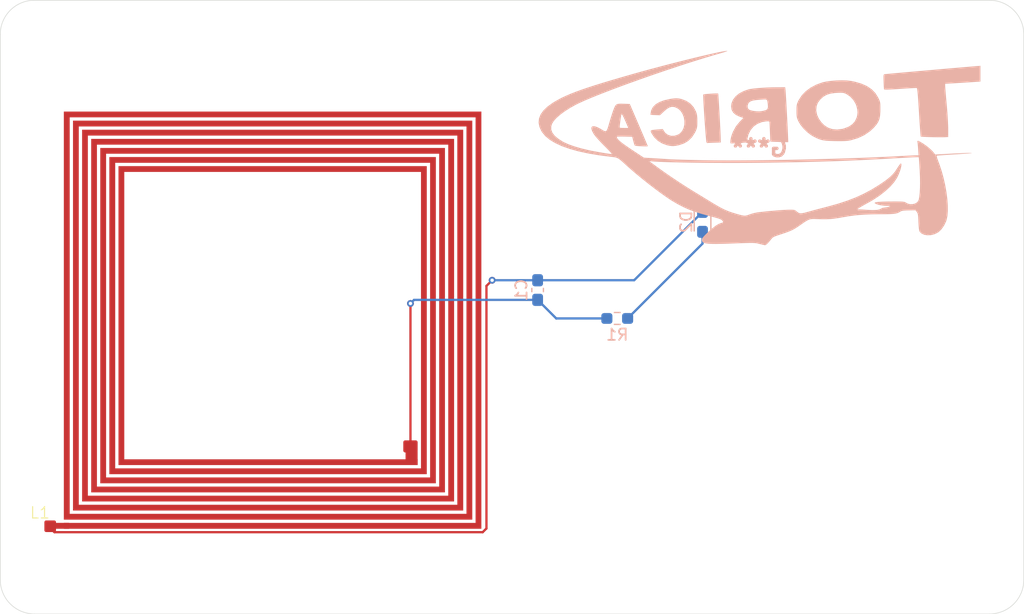
<source format=kicad_pcb>
(kicad_pcb (version 20241229) (generator "pcbnew") (generator_version "9.0")
  (layers (0 "F.Cu" signal) (2 "B.Cu" signal) (13 "F.Paste" user) (15 "B.Paste" user) (5 "F.SilkS" user "F.Silkscreen") (7 "B.SilkS" user "B.Silkscreen") (1 "F.Mask" user) (3 "B.Mask" user) (25 "Edge.Cuts" user))
  (net 0 "")
  (net 1 "Net-(D2-K)")
  (net 2 "Net-(C1-Pad2)")
  (net 3 "Net-(D2-A)")
  (footprint "lib:NFC_COIL_36.7x36.7_3uH" (layer "F.Cu") (at 184.8475 82)
    (property "Reference" "L1" (at -2.11 -1.4 0) (layer "F.SilkS") (effects (font (thickness 0.1))))
    (property "Value" "L")
    (fp_rect (start -0.67 -0.41) (end 0.41 -0.09) (stroke (width 0.2)) (fill yes) (layer "F.Cu"))
    (fp_rect (start 30.14 -6.795) (end 31 -6.105) (stroke (width 0.2)) (fill yes) (layer "F.Cu"))
    (fp_poly (pts (xy 0 0) (xy 36.7 0) (xy 36.7 -36.7) (xy 0 -36.7) (xy 0 -0.8) (xy 35.9 -0.8) (xy 35.9 -35.9) (xy 0.8 -35.9) (xy 0.8 -1.6) (xy 35.1 -1.6) (xy 35.1 -35.1) (xy 1.6 -35.1) (xy 1.6 -2.4) (xy 34.3 -2.4) (xy 34.3 -34.3) (xy 2.4 -34.3) (xy 2.4 -3.2) (xy 33.5 -3.2) (xy 33.5 -33.5) (xy 3.2 -33.5) (xy 3.2 -4) (xy 32.7 -4) (xy 32.7 -32.7) (xy 4 -32.7) (xy 4 -4.8) (xy 31.9 -4.8) (xy 31.9 -31.9) (xy 4.8 -31.9) (xy 4.8 -5.6) (xy 31.1 -5.6) (xy 31.1 -6.1) (xy 30 -6.1) (xy 5.3 -6.1) (xy 5.3 -31.4) (xy 31.4 -31.4) (xy 31.4 -5.3) (xy 4.5 -5.3) (xy 4.5 -32.2) (xy 32.2 -32.2) (xy 32.2 -4.5) (xy 3.7 -4.5) (xy 3.7 -33) (xy 33 -33) (xy 33 -3.7) (xy 2.9 -3.7) (xy 2.9 -33.8) (xy 33.8 -33.8) (xy 33.8 -2.9) (xy 2.1 -2.9) (xy 2.1 -34.6) (xy 34.6 -34.6) (xy 34.6 -2.1) (xy 1.3 -2.1) (xy 1.3 -35.4) (xy 35.4 -35.4) (xy 35.4 -1.3) (xy 0.5 -1.3) (xy 0.5 -36.2) (xy 36.2 -36.2) (xy 36.2 -0.5) (xy 0 -0.5)) (stroke (width 0.01)) (fill yes) (layer "F.Cu"))
    (pad "1" smd roundrect (at 30.470625 -7.23875) (size 1.26125 1.0625) (layers "F.Cu" "F.Mask" "F.Paste") (roundrect_rratio 0.15) (net 2 "Net-(C1-Pad2)"))
    (pad "2" smd roundrect (at -1.20875 -0.2125) (size 1.0225 1.025) (layers "F.Cu" "F.Mask" "F.Paste") (roundrect_rratio 0.15) (net 1 "Net-(D2-K)"))
  )
  (footprint "Capacitor_SMD:C_0603_1608Metric_Pad1.08x0.95mm_HandSolder" (layer "B.Cu") (at 226.5 61 -90)
    (property "Reference" "C1" (at 0 1.43 90) (layer "B.SilkS") (effects (justify mirror)))
    (property "Value" "C")
    (fp_line (start -0.146267 0.51) (end 0.146267 0.51) (stroke (width 0.12)) (layer "B.SilkS"))
    (fp_line (start -0.146267 -0.51) (end 0.146267 -0.51) (stroke (width 0.12)) (layer "B.SilkS"))
    (pad "1" smd roundrect (at -0.8625 0 270) (size 1.075 0.95) (layers "B.Cu" "B.Mask" "B.Paste") (net 1 "Net-(D2-K)"))
    (pad "2" smd roundrect (at 0.8625 0 270) (size 1.075 0.95) (layers "B.Cu" "B.Mask" "B.Paste") (net 2 "Net-(C1-Pad2)"))
  )
  (footprint "Resistor_SMD:R_0603_1608Metric_Pad0.98x0.95mm_HandSolder" (layer "B.Cu") (at 233.5 63.5)
    (property "Reference" "R1" (at 0 1.43 0) (layer "B.SilkS") (effects (justify mirror)))
    (property "Value" "R")
    (fp_line (start -0.254724 -0.5225) (end 0.254724 -0.5225) (stroke (width 0.12)) (layer "B.SilkS"))
    (fp_line (start -0.254724 0.5225) (end 0.254724 0.5225) (stroke (width 0.12)) (layer "B.SilkS"))
    (pad "1" smd roundrect (at -0.9125 0) (size 0.975 0.95) (layers "B.Cu" "B.Mask" "B.Paste") (net 2 "Net-(C1-Pad2)"))
    (pad "2" smd roundrect (at 0.9125 0) (size 0.975 0.95) (layers "B.Cu" "B.Mask" "B.Paste") (net 3 "Net-(D2-A)"))
  )
  (footprint "lib:TORICA_LOGO" (layer "B.Cu") (at 246 48.5 180)
    (property "Reference" "G***" (at 0 0 0) (layer "B.SilkS") (effects (font (size 1.5 1.5) (thickness 0.3)) (justify mirror)))
    (property "Value" "LOGO" (hide yes))
    (fp_poly (pts (xy 4.028364 4.794973) (xy 4.255147 4.783218) (xy 4.48478 4.767654) (xy 4.691357 4.749855) (xy 4.848972 4.731393) (xy 4.931721 4.713839) (xy 4.935016 4.71211) (xy 4.94065 4.655024) (xy 4.93873 4.505314) (xy 4.930193 4.276965) (xy 4.915973 3.983962) (xy 4.897009 3.640291) (xy 4.874235 3.259938) (xy 4.848589 2.856888) (xy 4.821005 2.445126) (xy 4.792421 2.038638) (xy 4.763773 1.65141) (xy 4.735997 1.297426) (xy 4.710028 0.990673) (xy 4.686804 0.745135) (xy 4.66726 0.574799) (xy 4.652697 0.494632) (xy 4.588475 0.439894) (xy 4.560309 0.439068) (xy 4.480409 0.445424) (xy 4.31983 0.453538) (xy 4.104801 0.462192) (xy 3.943683 0.467675) (xy 3.395578 0.485005) (xy 3.397426 0.737135) (xy 3.401091 0.896033) (xy 3.409863 1.131815) (xy 3.422947 1.430288) (xy 3.43955 1.777259) (xy 3.458877 2.158534) (xy 3.480136 2.559921) (xy 3.502533 2.967226) (xy 3.525273 3.366256) (xy 3.547563 3.742817) (xy 3.56861 4.082717) (xy 3.58762 4.371762) (xy 3.603799 4.595758) (xy 3.616353 4.740514) (xy 3.624159 4.791669) (xy 3.686964 4.800771) (xy 3.830334 4.801348)) (fill yes) (layer "B.SilkS"))
    (fp_poly (pts (xy 7.480111 4.368804) (xy 7.715764 4.338435) (xy 7.856176 4.316523) (xy 8.37269 4.20314) (xy 8.79899 4.044437) (xy 9.133027 3.841885) (xy 9.372756 3.596959) (xy 9.516129 3.311133) (xy 9.55775 3.091551) (xy 9.571789 2.914317) (xy 9.157641 2.898704) (xy 8.743493 2.883091) (xy 8.377587 3.226747) (xy 8.125667 3.440808) (xy 7.907635 3.57034) (xy 7.703167 3.623006) (xy 7.491941 3.606466) (xy 7.419688 3.587833) (xy 7.146767 3.457653) (xy 6.925559 3.254189) (xy 6.758037 2.995377) (xy 6.646175 2.699151) (xy 6.591947 2.383447) (xy 6.597327 2.066201) (xy 6.664289 1.765346) (xy 6.794807 1.498818) (xy 6.990854 1.284553) (xy 7.154863 1.181558) (xy 7.460921 1.081923) (xy 7.759012 1.07436) (xy 8.030848 1.15447) (xy 8.25814 1.317852) (xy 8.378966 1.476036) (xy 8.492071 1.667733) (xy 8.978456 1.630066) (xy 9.248673 1.607311) (xy 9.425957 1.5828) (xy 9.524075 1.547529) (xy 9.556797 1.492491) (xy 9.537889 1.408683) (xy 9.486425 1.297809) (xy 9.250189 0.937194) (xy 8.933276 0.63269) (xy 8.552582 0.396617) (xy 8.125001 0.241295) (xy 8.000385 0.214178) (xy 7.77366 0.178175) (xy 7.58469 0.16829) (xy 7.38887 0.185875) (xy 7.141596 0.232282) (xy 7.098693 0.241513) (xy 6.645233 0.388981) (xy 6.256818 0.620884) (xy 5.931827 0.938531) (xy 5.668638 1.343233) (xy 5.623534 1.434186) (xy 5.546295 1.605455) (xy 5.497006 1.747921) (xy 5.469539 1.895097) (xy 5.457769 2.08049) (xy 5.455571 2.33761) (xy 5.455602 2.352843) (xy 5.461129 2.641511) (xy 5.479339 2.857172) (xy 5.51499 3.03347) (xy 5.572841 3.204051) (xy 5.577701 3.216288) (xy 5.786325 3.600887) (xy 6.073469 3.915347) (xy 6.432642 4.154422) (xy 6.857351 4.312864) (xy 6.964785 4.337587) (xy 7.13859 4.367577) (xy 7.299042 4.37825)) (fill yes) (layer "B.SilkS"))
    (fp_poly (pts (xy -19.023264 7.200897) (xy -18.72691 7.176422) (xy -18.360008 7.14556) (xy -17.932551 7.109189) (xy -17.454532 7.068189) (xy -16.935944 7.023439) (xy -16.386782 6.975818) (xy -15.817037 6.926206) (xy -15.236703 6.875481) (xy -14.655774 6.824523) (xy -14.084243 6.774212) (xy -13.532104 6.725426) (xy -13.009349 6.679045) (xy -12.525972 6.635949) (xy -12.091966 6.597015) (xy -11.717324 6.563124) (xy -11.412041 6.535155) (xy -11.186108 6.513987) (xy -11.04952 6.500499) (xy -11.012083 6.496032) (xy -10.965298 6.480716) (xy -10.934891 6.445414) (xy -10.918298 6.371521) (xy -10.912951 6.240434) (xy -10.916286 6.033547) (xy -10.922094 5.84346) (xy -10.931508 5.591551) (xy -10.941804 5.377666) (xy -10.951703 5.225161) (xy -10.959571 5.158433) (xy -11.015994 5.14272) (xy -11.172975 5.138448) (xy -11.43188 5.14566) (xy -11.794073 5.164398) (xy -12.260918 5.194706) (xy -12.3767 5.202852) (xy -12.754791 5.228679) (xy -13.099134 5.250126) (xy -13.394924 5.266438) (xy -13.627354 5.27686) (xy -13.781618 5.280637) (xy -13.841833 5.277571) (xy -13.861982 5.234209) (xy -13.883465 5.115727) (xy -13.906742 4.916926) (xy -13.932277 4.632607) (xy -13.96053 4.257571) (xy -13.991963 3.786618) (xy -14.027038 3.214549) (xy -14.030994 3.147679) (xy -14.059151 2.683729) (xy -14.086795 2.253493) (xy -14.113063 1.868601) (xy -14.137092 1.540685) (xy -14.158022 1.281375) (xy -14.174989 1.102303) (xy -14.18713 1.015098) (xy -14.189566 1.00871) (xy -14.25185 0.996648) (xy -14.401406 0.984705) (xy -14.61856 0.973403) (xy -14.883639 0.963267) (xy -15.176968 0.95482) (xy -15.478874 0.948584) (xy -15.769681 0.945084) (xy -16.029717 0.944843) (xy -16.239307 0.948385) (xy -16.322843 0.951953) (xy -16.60358 0.968116) (xy -16.602968 1.700585) (xy -16.597438 1.963755) (xy -16.582243 2.30816) (xy -16.558938 2.708675) (xy -16.529078 3.140178) (xy -16.49422 3.577547) (xy -16.469896 3.850106) (xy -16.434219 4.238654) (xy -16.402133 4.601286) (xy -16.374995 4.921578) (xy -16.354164 5.183108) (xy -16.340998 5.369452) (xy -16.336823 5.459515) (xy -16.336211 5.651871) (xy -16.93779 5.686222) (xy -17.203865 5.701949) (xy -17.5419 5.722723) (xy -17.917153 5.746367) (xy -18.294881 5.770704) (xy -18.488527 5.783424) (xy -19.437685 5.846276) (xy -19.437685 6.540458) (xy -19.437685 7.234641)) (fill yes) (layer "B.SilkS"))
    (fp_poly (pts (xy -6.788067 5.946234) (xy -6.331567 5.910757) (xy -5.908905 5.854369) (xy -5.55432 5.778928) (xy -5.535991 5.773846) (xy -4.992356 5.57767) (xy -4.499313 5.313904) (xy -4.069873 4.992365) (xy -3.717046 4.622873) (xy -3.453843 4.215245) (xy -3.443688 4.194892) (xy -3.361351 4.020854) (xy -3.308515 3.879741) (xy -3.278672 3.738203) (xy -3.265317 3.562889) (xy -3.261945 3.320448) (xy -3.261896 3.26302) (xy -3.26434 3.001479) (xy -3.275883 2.813091) (xy -3.302835 2.664098) (xy -3.35151 2.520743) (xy -3.428218 2.349268) (xy -3.435715 2.333408) (xy -3.620662 2.025021) (xy -3.878301 1.707377) (xy -4.181105 1.408562) (xy -4.50155 1.156659) (xy -4.717701 1.025329) (xy -4.979789 0.892054) (xy -5.204073 0.791814) (xy -5.413977 0.719575) (xy -5.632927 0.670305) (xy -5.884348 0.638971) (xy -6.191665 0.620538) (xy -6.578304 0.609973) (xy -6.657474 0.60853) (xy -7.071733 0.604328) (xy -7.398736 0.608511) (xy -7.657914 0.622013) (xy -7.8687 0.645764) (xy -8.021053 0.673982) (xy -8.66013 0.863167) (xy -9.235215 1.133194) (xy -9.741238 1.481302) (xy -10.070582 1.790036) (xy -10.289897 2.045192) (xy -10.446795 2.286033) (xy -10.550673 2.539094) (xy -10.610925 2.830908) (xy -10.631322 3.110812) (xy -8.630423 3.110812) (xy -8.594131 2.836806) (xy -8.553495 2.682637) (xy -8.402436 2.355181) (xy -8.160939 2.084065) (xy -7.829904 1.869995) (xy -7.410233 1.71368) (xy -7.277673 1.680519) (xy -6.83285 1.625073) (xy -6.412903 1.663129) (xy -6.042709 1.788938) (xy -5.725719 1.993686) (xy -5.447821 2.268317) (xy -5.224344 2.589869) (xy -5.070615 2.93538) (xy -5.001964 3.281887) (xy -4.99979 3.351276) (xy -5.032678 3.687773) (xy -5.140228 3.974441) (xy -5.335766 4.243267) (xy -5.39972 4.311191) (xy -5.647791 4.526425) (xy -5.919662 4.680582) (xy -6.237742 4.782051) (xy -6.624433 4.839224) (xy -6.848504 4.853732) (xy -7.101901 4.862577) (xy -7.279435 4.859591) (xy -7.411926 4.840478) (xy -7.530191 4.800941) (xy -7.656363 4.741093) (xy -7.980674 4.521179) (xy -8.257101 4.225055) (xy -8.462125 3.880646) (xy -8.528502 3.70562) (xy -8.608903 3.385823) (xy -8.630423 3.110812) (xy -10.631322 3.110812) (xy -10.636947 3.188011) (xy -10.640056 3.398353) (xy -10.639475 3.672247) (xy -10.632802 3.868497) (xy -10.614455 4.016403) (xy -10.578854 4.145267) (xy -10.520415 4.284391) (xy -10.439543 4.450966) (xy -10.196604 4.83808) (xy -9.877267 5.166796) (xy -9.477205 5.439719) (xy -8.992089 5.659454) (xy -8.417593 5.828606) (xy -8.018188 5.908613) (xy -7.665617 5.947021) (xy -7.244163 5.958942)) (fill yes) (layer "B.SilkS"))
    (fp_poly (pts (xy -1.56083 5.346576) (xy -1.108936 5.340471) (xy -0.65134 5.324143) (xy -0.208086 5.299084) (xy 0.200785 5.266788) (xy 0.555229 5.228744) (xy 0.835202 5.186446) (xy 0.962526 5.158757) (xy 1.411885 5.004056) (xy 1.793534 4.796188) (xy 2.099547 4.542961) (xy 2.321997 4.252186) (xy 2.452957 3.93167) (xy 2.486526 3.657443) (xy 2.441155 3.358333) (xy 2.303948 3.109771) (xy 2.07326 2.909933) (xy 1.747449 2.756999) (xy 1.644315 2.723913) (xy 1.507631 2.68069) (xy 1.426614 2.649597) (xy 1.417052 2.642762) (xy 1.452105 2.601311) (xy 1.545485 2.50307) (xy 1.67952 2.366495) (xy 1.731979 2.31384) (xy 2.066127 1.905016) (xy 2.328739 1.42043) (xy 2.450198 1.096211) (xy 2.508621 0.878436) (xy 2.543429 0.676202) (xy 2.552361 0.514411) (xy 2.533152 0.417965) (xy 2.513262 0.402192) (xy 2.442155 0.402175) (xy 2.286635 0.409442) (xy 2.068896 0.422756) (xy 1.811133 0.440875) (xy 1.783125 0.44297) (xy 1.106461 0.493878) (xy 1.071781 0.741571) (xy 0.961773 1.190848) (xy 0.770208 1.575588) (xy 0.503365 1.889673) (xy 0.16752 2.126984) (xy -0.231048 2.281403) (xy -0.567261 2.339129) (xy -0.744178 2.351549) (xy -0.840219 2.344105) (xy -0.880507 2.311144) (xy -0.88922 2.266691) (xy -0.893796 2.179327) (xy -0.901749 2.006795) (xy -0.912116 1.770785) (xy -0.923934 1.492988) (xy -0.929325 1.36358) (xy -0.962527 0.561475) (xy -1.737896 0.531816) (xy -2.014045 0.522269) (xy -2.249735 0.516049) (xy -2.425516 0.513519) (xy -2.521936 0.515042) (xy -2.534037 0.51694) (xy -2.535757 0.571445) (xy -2.531986 0.719395) (xy -2.523418 0.947467) (xy -2.510745 1.242337) (xy -2.49466 1.590681) (xy -2.475856 1.979177) (xy -2.455025 2.3945) (xy -2.432861 2.823327) (xy -2.410055 3.252336) (xy -2.390453 3.610592) (xy -0.753415 3.610592) (xy -0.71401 3.452026) (xy -0.614204 3.354703) (xy -0.515192 3.316342) (xy -0.241975 3.251027) (xy -0.008913 3.222481) (xy 0.233354 3.227949) (xy 0.500165 3.259692) (xy 0.695432 3.299686) (xy 0.858771 3.353856) (xy 0.941323 3.400588) (xy 1.023776 3.540818) (xy 1.035686 3.722401) (xy 0.977616 3.906808) (xy 0.932921 3.97529) (xy 0.841197 4.064107) (xy 0.713628 4.131452) (xy 0.533124 4.181863) (xy 0.282593 4.219884) (xy -0.055057 4.250054) (xy -0.117617 4.25441) (xy -0.36808 4.272022) (xy -0.532173 4.275265) (xy -0.63047 4.250711) (xy -0.683546 4.184931) (xy -0.711974 4.064495) (xy -0.736328 3.875975) (xy -0.739945 3.848206) (xy -0.753415 3.610592) (xy -2.390453 3.610592) (xy -2.387301 3.668201) (xy -2.365292 4.057601) (xy -2.34472 4.407211) (xy -2.326278 4.703707) (xy -2.310659 4.933768) (xy -2.298555 5.084068) (xy -2.294699 5.120106) (xy -2.266079 5.347369)) (fill yes) (layer "B.SilkS"))
    (fp_poly (pts (xy 3.08744 8.521353) (xy 3.362159 8.471552) (xy 3.714987 8.39959) (xy 4.137579 8.307505) (xy 4.621592 8.197335) (xy 5.158682 8.071117) (xy 5.740502 7.930889) (xy 6.35871 7.778688) (xy 7.004961 7.616551) (xy 7.67091 7.446516) (xy 8.348213 7.270621) (xy 9.028526 7.090903) (xy 9.703503 6.9094) (xy 10.364802 6.728149) (xy 11.004076 6.549187) (xy 11.122526 6.515564) (xy 12.092434 6.2374) (xy 12.965615 5.981989) (xy 13.749246 5.746746) (xy 14.4505 5.529085) (xy 15.076554 5.32642) (xy 15.634582 5.136165) (xy 16.131761 4.955735) (xy 16.575266 4.782543) (xy 16.972271 4.614005) (xy 17.329953 4.447533) (xy 17.655487 4.280543) (xy 17.956048 4.110448) (xy 18.181052 3.971858) (xy 18.640632 3.64057) (xy 18.993655 3.301201) (xy 19.240223 2.953461) (xy 19.380442 2.597063) (xy 19.414417 2.231716) (xy 19.342252 1.857133) (xy 19.164052 1.473023) (xy 19.114915 1.393822) (xy 18.832661 1.049389) (xy 18.447726 0.729383) (xy 17.96168 0.434373) (xy 17.376093 0.164925) (xy 16.692537 -0.078392) (xy 15.912582 -0.29501) (xy 15.037797 -0.48436) (xy 14.069755 -0.645876) (xy 13.148249 -0.763834) (xy 12.913018 -0.789908) (xy 12.731866 -0.814688) (xy 12.586155 -0.848122) (xy 12.457244 -0.900157) (xy 12.326493 -0.980742) (xy 12.175262 -1.099824) (xy 11.98491 -1.267352) (xy 11.736799 -1.493273) (xy 11.67378 -1.550736) (xy 11.239765 -1.935884) (xy 10.761139 -2.342661) (xy 10.253833 -2.758748) (xy 9.733777 -3.171827) (xy 9.216901 -3.569577) (xy 8.719136 -3.93968) (xy 8.256412 -4.269817) (xy 7.84466 -4.547668) (xy 7.596598 -4.703668) (xy 7.134715 -4.970381) (xy 6.687263 -5.200763) (xy 6.232153 -5.403566) (xy 5.747293 -5.587546) (xy 5.210595 -5.761456) (xy 4.599967 -5.934051) (xy 4.283604 -6.016581) (xy 3.924159 -6.111141) (xy 3.656723 -6.188554) (xy 3.468551 -6.253238) (xy 3.3469 -6.309611) (xy 3.279028 -6.362093) (xy 3.275716 -6.366038) (xy 3.197431 -6.480923) (xy 3.20569 -6.547506) (xy 3.309202 -6.588272) (xy 3.366358 -6.600005) (xy 3.581681 -6.678726) (xy 3.849825 -6.841709) (xy 4.164225 -7.084274) (xy 4.518313 -7.401742) (xy 4.595863 -7.476286) (xy 4.800414 -7.68019) (xy 4.936073 -7.830137) (xy 5.014942 -7.942014) (xy 5.049124 -8.031703) (xy 5.053262 -8.076633) (xy 5.043439 -8.17094) (xy 5.008546 -8.249505) (xy 4.940455 -8.313243) (xy 4.831033 -8.363066) (xy 4.672149 -8.399888) (xy 4.455672 -8.424621) (xy 4.173471 -8.43818) (xy 3.817416 -8.441478) (xy 3.379374 -8.435427) (xy 2.851215 -8.420942) (xy 2.224808 -8.398936) (xy 2.194165 -8.397783) (xy 1.711825 -8.379801) (xy 1.322875 -8.366285) (xy 1.01384 -8.357514) (xy 0.771245 -8.353766) (xy 0.581615 -8.355322) (xy 0.431474 -8.362461) (xy 0.307347 -8.375463) (xy 0.195759 -8.394606) (xy 0.083234 -8.420171) (xy -0.00891 -8.443478) (xy -0.21687 -8.495127) (xy -0.38795 -8.534242) (xy -0.493528 -8.554395) (xy -0.508889 -8.555789) (xy -0.581356 -8.519815) (xy -0.690441 -8.429052) (xy -0.740611 -8.379155) (xy -0.886839 -8.215905) (xy -1.031072 -8.040233) (xy -1.053832 -8.010546) (xy -1.122203 -7.929709) (xy -1.20269 -7.86331) (xy -1.314785 -7.8018) (xy -1.477981 -7.735625) (xy -1.711769 -7.655234) (xy -1.909411 -7.591282) (xy -2.296509 -7.463238) (xy -2.607484 -7.348071) (xy -2.869925 -7.232555) (xy -3.111422 -7.103464) (xy -3.359565 -6.947572) (xy -3.602907 -6.77944) (xy -3.886261 -6.580578) (xy -4.105941 -6.43665) (xy -4.284598 -6.339459) (xy -4.444885 -6.280807) (xy -4.609455 -6.252499) (xy -4.800958 -6.246337) (xy -5.042048 -6.254124) (xy -5.053264 -6.25462) (xy -5.512731 -6.270112) (xy -5.903152 -6.269953) (xy -6.261627 -6.25156) (xy -6.625254 -6.21235) (xy -7.031135 -6.149741) (xy -7.331189 -6.096015) (xy -7.824438 -6.011137) (xy -8.296867 -5.945076) (xy -8.772304 -5.89595) (xy -9.274573 -5.861877) (xy -9.827501 -5.840975) (xy -10.454912 -5.831362) (xy -10.694738 -5.830319) (xy -11.13768 -5.826893) (xy -11.488481 -5.817321) (xy -11.761865 -5.799647) (xy -11.972556 -5.771916) (xy -12.135277 -5.732172) (xy -12.264754 -5.67846) (xy -12.375709 -5.608824) (xy -12.378633 -5.606669) (xy -12.45952 -5.558896) (xy -12.563764 -5.526833) (xy -12.714252 -5.506942) (xy -12.93387 -5.495686) (xy -13.124794 -5.491319) (xy -13.728823 -5.481052) (xy -13.842728 -5.631943) (xy -13.889921 -5.706218) (xy -13.923858 -5.797155) (xy -13.947819 -5.925157) (xy -13.965084 -6.110629) (xy -13.978934 -6.373977) (xy -13.984581 -6.514258) (xy -14.004254 -6.883135) (xy -14.031295 -7.148395) (xy -14.066081 -7.313138) (xy -14.087133 -7.35977) (xy -14.257144 -7.527543) (xy -14.494078 -7.63515) (xy -14.77613 -7.682134) (xy -15.081495 -7.668041) (xy -15.38837 -7.592413) (xy -15.674949 -7.454794) (xy -15.762518 -7.394826) (xy -16.016702 -7.150278) (xy -16.241204 -6.828601) (xy -16.416723 -6.459114) (xy -16.458831 -6.337346) (xy -16.534995 -5.981185) (xy -16.569911 -5.542548) (xy -16.565696 -5.036719) (xy -16.524466 -4.478981) (xy -16.448339 -3.88462) (xy -16.339431 -3.268919) (xy -16.296145 -3.076088) (xy -14.127604 -3.076088) (xy -14.119362 -3.546598) (xy -14.096443 -3.957963) (xy -14.059443 -4.2963) (xy -14.008959 -4.547726) (xy -13.985796 -4.61909) (xy -13.873408 -4.775956) (xy -13.691055 -4.885944) (xy -13.467394 -4.943551) (xy -13.231079 -4.943278) (xy -13.010764 -4.879622) (xy -12.917958 -4.824089) (xy -12.85378 -4.781105) (xy -12.7836 -4.749988) (xy -12.68987 -4.728833) (xy -12.555047 -4.715733) (xy -12.361585 -4.708782) (xy -12.091939 -4.706075) (xy -11.827918 -4.705683) (xy -11.29161 -4.709081) (xy -10.859788 -4.7194) (xy -10.5302 -4.736828) (xy -10.300598 -4.761553) (xy -10.16873 -4.793765) (xy -10.132348 -4.833652) (xy -10.139638 -4.847048) (xy -10.253677 -4.923211) (xy -10.448438 -4.991076) (xy -10.697715 -5.044461) (xy -10.975305 -5.077185) (xy -11.145601 -5.084342) (xy -11.346981 -5.087647) (xy -11.454537 -5.094926) (xy -11.481391 -5.110356) (xy -11.440667 -5.138119) (xy -11.389896 -5.162141) (xy -11.224512 -5.212741) (xy -11.036511 -5.237602) (xy -11.01979 -5.238008) (xy -10.860216 -5.259402) (xy -10.73644 -5.309016) (xy -10.721608 -5.32051) (xy -10.559445 -5.404428) (xy -10.299775 -5.45275) (xy -9.946076 -5.465083) (xy -9.595052 -5.448568) (xy -9.335415 -5.4303) (xy -9.091874 -5.415167) (xy -8.899301 -5.405241) (xy -8.823159 -5.402657) (xy -8.609264 -5.398463) (xy -8.742948 -5.293994) (xy -8.844538 -5.226597) (xy -9.01545 -5.125481) (xy -9.22978 -5.005598) (xy -9.411369 -4.908187) (xy -10.012651 -4.565295) (xy -10.566812 -4.196534) (xy -11.06275 -3.811388) (xy -11.489359 -3.41934) (xy -11.835535 -3.029872) (xy -12.090175 -2.652467) (xy -12.121868 -2.593473) (xy -12.244879 -2.333279) (xy -12.347199 -2.074395) (xy -12.424897 -1.8331) (xy -12.474045 -1.625673) (xy -12.490713 -1.468393) (xy -12.470972 -1.377539) (xy -12.418066 -1.366307) (xy -12.361956 -1.421389) (xy -12.268784 -1.546997) (xy -12.15454 -1.720795) (xy -12.096754 -1.815046) (xy -11.931073 -2.065164) (xy -11.74039 -2.296831) (xy -11.509968 -2.523429) (xy -11.225072 -2.758339) (xy -10.870966 -3.014941) (xy -10.50758 -3.258132) (xy -9.849928 -3.66205) (xy -9.181941 -4.019958) (xy -8.484919 -4.339651) (xy -7.740161 -4.628924) (xy -6.928967 -4.895573) (xy -6.032636 -5.147393) (xy -5.882106 -5.18631) (xy -5.530115 -5.277099) (xy -5.178756 -5.369076) (xy -4.854586 -5.455192) (xy -4.58416 -5.5284) (xy -4.41158 -5.576592) (xy -4.091623 -5.665797) (xy -3.854342 -5.722707) (xy -3.680597 -5.747757) (xy -3.551246 -5.741381) (xy -3.447149 -5.704014) (xy -3.349166 -5.636092) (xy -3.308746 -5.60165) (xy -3.206626 -5.517037) (xy -3.116171 -5.465508) (xy -3.006483 -5.43888) (xy -2.846663 -5.42897) (xy -2.651511 -5.427578) (xy -2.441269 -5.433393) (xy -2.147676 -5.44954) (xy -1.793621 -5.474076) (xy -1.401993 -5.505056) (xy -0.995681 -5.540535) (xy -0.597573 -5.57857) (xy -0.23056 -5.617216) (xy 0.082471 -5.654528) (xy 0.189247 -5.668898) (xy 0.437464 -5.717768) (xy 0.710919 -5.792219) (xy 0.884405 -5.85158) (xy 1.035306 -5.907623) (xy 1.160676 -5.942585) (xy 1.282473 -5.954897) (xy 1.422656 -5.942993) (xy 1.603184 -5.905303) (xy 1.846017 -5.84026) (xy 2.11221 -5.763918) (xy 2.44401 -5.661712) (xy 2.746291 -5.552898) (xy 3.040915 -5.42712) (xy 3.349745 -5.274021) (xy 3.694643 -5.083243) (xy 4.097472 -4.844432) (xy 4.251157 -4.750673) (xy 4.595705 -4.539553) (xy 4.983041 -4.302552) (xy 5.373903 -4.063675) (xy 5.729028 -3.846925) (xy 5.855368 -3.769914) (xy 6.440175 -3.405071) (xy 7.070745 -2.996601) (xy 7.713748 -2.566848) (xy 8.335859 -2.138155) (xy 8.90375 -1.732863) (xy 9.010315 -1.654794) (xy 9.678736 -1.162606) (xy 9.197473 -1.193945) (xy 8.775323 -1.217004) (xy 8.257063 -1.23786) (xy 7.653508 -1.256413) (xy 6.975475 -1.272563) (xy 6.23378 -1.286209) (xy 5.439238 -1.297249) (xy 4.602666 -1.305584) (xy 3.734879 -1.311112) (xy 2.846695 -1.313732) (xy 1.948929 -1.313344) (xy 1.052397 -1.309847) (xy 0.167915 -1.30314) (xy -0.693701 -1.293122) (xy -0.986096 -1.288843) (xy -2.149929 -1.26979) (xy -3.223291 -1.249799) (xy -4.22266 -1.228276) (xy -5.164511 -1.204629) (xy -6.06532 -1.178265) (xy -6.941565 -1.148592) (xy -7.809722 -1.115017) (xy -8.686266 -1.076946) (xy -9.587675 -1.033788) (xy -10.530425 -0.98495) (xy -11.530992 -0.929839) (xy -12.474174 -0.875577) (xy -12.864902 -0.853551) (xy -13.219755 -0.835124) (xy -13.525037 -0.82088) (xy -13.767051 -0.811406) (xy -13.932099 -0.807285) (xy -14.006486 -0.809101) (xy -14.009156 -0.810067) (xy -14.018652 -0.867806) (xy -14.032499 -1.016746) (xy -14.049551 -1.241282) (xy -14.068659 -1.525809) (xy -14.088674 -1.854723) (xy -14.097676 -2.01316) (xy -14.120575 -2.560314) (xy -14.127604 -3.076088) (xy -16.296145 -3.076088) (xy -16.199861 -2.647163) (xy -16.031743 -2.034636) (xy -15.837197 -1.446622) (xy -15.749088 -1.213119) (xy -15.649419 -0.942761) (xy -15.598414 -0.763854) (xy -15.596455 -0.677847) (xy -15.605453 -0.670386) (xy -15.673252 -0.662576) (xy -15.83356 -0.649484) (xy -16.072124 -0.632109) (xy -16.37469 -0.611449) (xy -16.727004 -0.588501) (xy -17.114813 -0.564264) (xy -17.165053 -0.561195) (xy -17.657851 -0.530192) (xy -18.057452 -0.502976) (xy -18.361907 -0.479754) (xy -18.569269 -0.460735) (xy -18.67759 -0.446124) (xy -18.684923 -0.43613) (xy -18.589319 -0.43096) (xy -18.390492 -0.430805) (xy -18.247108 -0.434538) (xy -18.016404 -0.443376) (xy -17.717839 -0.456445) (xy -17.370872 -0.472869) (xy -16.994965 -0.491774) (xy -16.764001 -0.503924) (xy -15.453896 -0.574028) (xy -15.37615 -0.460803) (xy -15.210378 -0.262558) (xy -14.974741 -0.038985) (xy -14.694988 0.187328) (xy -14.415917 0.381659) (xy -14.176692 0.528651) (xy -14.014105 0.612327) (xy -13.920468 0.635147) (xy -13.88809 0.599571) (xy -13.895735 0.548106) (xy -13.910347 0.45705) (xy -13.928411 0.286898) (xy -13.947216 0.065324) (xy -13.95858 -0.093578) (xy -13.994906 -0.641683) (xy -13.761874 -0.642201) (xy -13.628668 -0.64551) (xy -13.413045 -0.654307) (xy -13.13933 -0.667454) (xy -12.831849 -0.683812) (xy -12.646527 -0.694386) (xy -11.764205 -0.742524) (xy -10.80077 -0.788647) (xy -9.768127 -0.832502) (xy -8.678182 -0.873838) (xy -7.542841 -0.912403) (xy -6.374009 -0.947944) (xy -5.183592 -0.980209) (xy -3.983495 -1.008947) (xy -2.785624 -1.033905) (xy -1.601885 -1.054831) (xy -0.444184 -1.071472) (xy 0.675574 -1.083578) (xy 1.745484 -1.090895) (xy 2.753639 -1.093172) (xy 3.688134 -1.090156) (xy 4.537063 -1.081596) (xy 5.133473 -1.070879) (xy 5.644769 -1.059106) (xy 6.134651 -1.04701) (xy 6.590296 -1.034965) (xy 6.998882 -1.023346) (xy 7.347587 -1.012527) (xy 7.623588 -1.002883) (xy 7.814063 -0.994789) (xy 7.887368 -0.990426) (xy 8.057628 -0.978139) (xy 8.308681 -0.96128) (xy 8.614556 -0.941532) (xy 8.949281 -0.92058) (xy 9.197473 -0.905459) (xy 10.159999 -0.847559) (xy 10.855157 -0.390258) (xy 11.308649 -0.089174) (xy 11.677917 0.162818) (xy 11.970366 0.371778) (xy 12.193402 0.543767) (xy 12.354429 0.684843) (xy 12.460854 0.801068) (xy 12.520081 0.898501) (xy 12.539516 0.983204) (xy 12.539578 0.988206) (xy 12.489479 0.998758) (xy 12.352572 1.005392) (xy 12.148938 1.007634) (xy 11.898661 1.005011) (xy 11.861117 1.00423) (xy 11.182656 0.989264) (xy 11.090022 0.621895) (xy 11.038081 0.433787) (xy 10.989396 0.2877) (xy 10.954145 0.214021) (xy 10.953009 0.212868) (xy 10.887127 0.194607) (xy 10.746261 0.17732) (xy 10.556974 0.162239) (xy 10.345828 0.150596) (xy 10.139387 0.143622) (xy 9.964213 0.142548) (xy 9.846868 0.148605) (xy 9.81242 0.159994) (xy 9.832799 0.214266) (xy 9.89085 0.355796) (xy 9.981942 0.573617) (xy 10.101444 0.856762) (xy 10.244726 1.194263) (xy 10.407157 1.575153) (xy 10.488278 1.764632) (xy 11.529035 1.764632) (xy 11.89171 1.764632) (xy 12.078026 1.768323) (xy 12.217987 1.777999) (xy 12.281319 1.791566) (xy 12.281334 1.791581) (xy 12.28464 1.851331) (xy 12.274096 1.990387) (xy 12.253048 2.182497) (xy 12.224842 2.401413) (xy 12.192827 2.620883) (xy 12.160349 2.814658) (xy 12.135066 2.938764) (xy 12.113067 2.971269) (xy 12.073112 2.942258) (xy 12.011363 2.844518) (xy 11.92398 2.670838) (xy 11.807122 2.414006) (xy 11.656952 2.06681) (xy 11.602492 1.938422) (xy 11.529035 1.764632) (xy 10.488278 1.764632) (xy 10.584107 1.988465) (xy 10.603412 2.033463) (xy 11.394404 3.876843) (xy 11.846675 3.893113) (xy 12.147044 3.901451) (xy 12.361117 3.895025) (xy 12.509406 3.864483) (xy 12.612425 3.800475) (xy 12.690688 3.693652) (xy 12.764708 3.534662) (xy 12.795101 3.460809) (xy 12.866827 3.268687) (xy 12.956907 3.003556) (xy 13.055519 2.695575) (xy 13.152839 2.374903) (xy 13.187103 2.257166) (xy 13.279483 1.935055) (xy 13.351638 1.705392) (xy 13.416111 1.558822) (xy 13.485447 1.485988) (xy 13.57219 1.477536) (xy 13.688883 1.524109) (xy 13.848072 1.616352) (xy 13.957427 1.682647) (xy 14.254677 1.838811) (xy 14.489743 1.915973) (xy 14.658082 1.91755) (xy 14.75515 1.84696) (xy 14.776404 1.707623) (xy 14.7173 1.502955) (xy 14.573296 1.236377) (xy 14.565926 1.224818) (xy 14.453593 1.072536) (xy 14.280688 0.866559) (xy 14.06463 0.626372) (xy 13.822835 0.371459) (xy 13.626406 0.17379) (xy 13.406279 -0.04626) (xy 13.220705 -0.238413) (xy 13.080099 -0.391315) (xy 12.994876 -0.493615) (xy 12.975448 -0.533958) (xy 12.977006 -0.53417) (xy 13.091199 -0.524067) (xy 13.288611 -0.497262) (xy 13.547473 -0.457434) (xy 13.846017 -0.408263) (xy 14.162474 -0.35343) (xy 14.475077 -0.296616) (xy 14.762056 -0.241499) (xy 14.999368 -0.192261) (xy 15.675625 -0.029375) (xy 16.27263 0.144656) (xy 16.781986 0.327041) (xy 17.195299 0.514993) (xy 17.298174 0.571394) (xy 17.703792 0.832973) (xy 18.004816 1.092413) (xy 18.203447 1.353334) (xy 18.301884 1.619358) (xy 18.302326 1.894105) (xy 18.236429 2.115903) (xy 18.09114 2.359976) (xy 17.853063 2.628569) (xy 17.531451 2.914172) (xy 17.135554 3.209277) (xy 16.674624 3.506375) (xy 16.175789 3.788483) (xy 15.839695 3.955496) (xy 15.410311 4.150176) (xy 14.896729 4.369273) (xy 14.30804 4.609541) (xy 13.653336 4.86773) (xy 12.941708 5.140592) (xy 12.182249 5.424881) (xy 11.384051 5.717346) (xy 10.556204 6.014742) (xy 9.707801 6.313818) (xy 8.847933 6.611328) (xy 7.985693 6.904023) (xy 7.130171 7.188655) (xy 6.29046 7.461976) (xy 5.475651 7.720738) (xy 4.694837 7.961693) (xy 3.957108 8.181592) (xy 3.552813 8.298132) (xy 3.283316 8.376859) (xy 3.059527 8.446357) (xy 2.897273 8.501367) (xy 2.812385 8.53663) (xy 2.805709 8.546325) (xy 2.899175 8.546957)) (fill yes) (layer "B.SilkS"))
  )
  (footprint "LED_SMD:LED_0603_1608Metric_Pad1.05x0.95mm_HandSolder" (layer "B.Cu") (at 241 55 -90)
    (property "Reference" "D2" (at 0 1.43 90) (layer "B.SilkS") (effects (justify mirror)))
    (property "Value" "LED")
    (fp_line (start -1.66 0.735) (end -1.66 -0.735) (stroke (width 0.12)) (layer "B.SilkS"))
    (fp_line (start 0.8 0.735) (end -1.66 0.735) (stroke (width 0.12)) (layer "B.SilkS"))
    (fp_line (start -1.66 -0.735) (end 0.8 -0.735) (stroke (width 0.12)) (layer "B.SilkS"))
    (pad "1" smd roundrect (at -0.875 0 270) (size 1.05 0.95) (layers "B.Cu" "B.Mask" "B.Paste") (net 1 "Net-(D2-K)"))
    (pad "2" smd roundrect (at 0.875 0 270) (size 1.05 0.95) (layers "B.Cu" "B.Mask" "B.Paste") (net 3 "Net-(D2-A)"))
  )
  (gr_line (start 269.25 38.5) (end 269.25 86.5) (stroke (width 0.05)) (layer "Edge.Cuts"))
  (gr_line (start 179.25 86.5) (end 179.25 38.5) (stroke (width 0.05)) (layer "Edge.Cuts"))
  (gr_line (start 266.25 89.5) (end 182.25 89.5) (stroke (width 0.05)) (layer "Edge.Cuts"))
  (gr_arc (start 179.25 38.5) (mid 180.12868 36.37868) (end 182.25 35.5) (stroke (width 0.05)) (layer "Edge.Cuts"))
  (gr_line (start 182.25 35.5) (end 266.25 35.5) (stroke (width 0.05)) (layer "Edge.Cuts"))
  (gr_arc (start 269.25 86.5) (mid 268.37132 88.62132) (end 266.25 89.5) (stroke (width 0.05)) (layer "Edge.Cuts"))
  (gr_arc (start 266.25 35.5) (mid 268.37132 36.37868) (end 269.25 38.5) (stroke (width 0.05)) (layer "Edge.Cuts"))
  (gr_arc (start 182.25 89.5) (mid 180.12868 88.62132) (end 179.25 86.5) (stroke (width 0.05)) (layer "Edge.Cuts"))
  (segment (start 221.669249 82.311) (end 184.0114 82.311) (width 0.2) (layer "F.Cu") (net 1))
  (segment (start 183.63875 81.93835) (end 183.63875 81.7875) (width 0.2) (layer "F.Cu") (net 1))
  (segment (start 222 60.6375) (end 222 81.980249) (width 0.2) (layer "F.Cu") (net 1))
  (segment (start 184.0114 82.311) (end 183.63875 81.93835) (width 0.2) (layer "F.Cu") (net 1))
  (segment (start 222.5 60.1375) (end 222 60.6375) (width 0.2) (layer "F.Cu") (net 1))
  (segment (start 222 81.980249) (end 221.669249 82.311) (width 0.2) (layer "F.Cu") (net 1))
  (via (at 222.5 60.1375) (size 0.6) (drill 0.3) (layers "F.Cu" "B.Cu") (net 1))
  (segment (start 234.9875 60.1375) (end 241 54.125) (width 0.2) (layer "B.Cu") (net 1))
  (segment (start 226.5 60.1375) (end 234.9875 60.1375) (width 0.2) (layer "B.Cu") (net 1))
  (segment (start 222.5 60.1375) (end 226.5 60.1375) (width 0.2) (layer "B.Cu") (net 1))
  (segment (start 215.318125 74.76125) (end 215.318125 62.181875) (width 0.2) (layer "F.Cu") (net 2))
  (via (at 215.318125 62.181875) (size 0.6) (drill 0.3) (layers "F.Cu" "B.Cu") (net 2))
  (segment (start 232.5875 63.5) (end 228.1375 63.5) (width 0.2) (layer "B.Cu") (net 2))
  (segment (start 215.6375 61.8625) (end 226.5 61.8625) (width 0.2) (layer "B.Cu") (net 2))
  (segment (start 215.318125 62.181875) (end 215.6375 61.8625) (width 0.2) (layer "B.Cu") (net 2))
  (segment (start 228.1375 63.5) (end 226.5 61.8625) (width 0.2) (layer "B.Cu") (net 2))
  (segment (start 241 55.875) (end 241 56.9125) (width 0.2) (layer "B.Cu") (net 3))
  (segment (start 241 56.9125) (end 234.4125 63.5) (width 0.2) (layer "B.Cu") (net 3))
)
</source>
